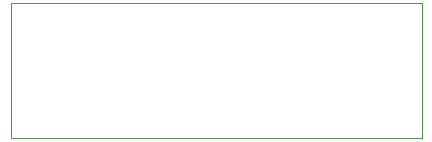
<source format=gbr>
%TF.GenerationSoftware,KiCad,Pcbnew,5.1.6*%
%TF.CreationDate,2020-08-30T23:31:21+02:00*%
%TF.ProjectId,power-toggle-on-hold-off,706f7765-722d-4746-9f67-676c652d6f6e,rev?*%
%TF.SameCoordinates,Original*%
%TF.FileFunction,Profile,NP*%
%FSLAX46Y46*%
G04 Gerber Fmt 4.6, Leading zero omitted, Abs format (unit mm)*
G04 Created by KiCad (PCBNEW 5.1.6) date 2020-08-30 23:31:21*
%MOMM*%
%LPD*%
G01*
G04 APERTURE LIST*
%TA.AperFunction,Profile*%
%ADD10C,0.050000*%
%TD*%
G04 APERTURE END LIST*
D10*
X91186000Y-36322000D02*
X56388000Y-36322000D01*
X91186000Y-47752000D02*
X91186000Y-36322000D01*
X56388000Y-47752000D02*
X91186000Y-47752000D01*
X56388000Y-36322000D02*
X56388000Y-47752000D01*
M02*

</source>
